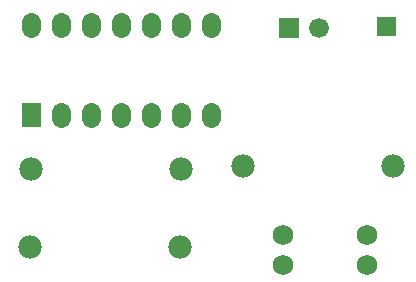
<source format=gts>
G04 Layer: TopSolderMaskLayer*
G04 EasyEDA v6.4.31, 2022-02-21 10:24:03*
G04 30f33cc809fd450ca7eb4ca7eccbfc45,10*
G04 Gerber Generator version 0.2*
G04 Scale: 100 percent, Rotated: No, Reflected: No *
G04 Dimensions in millimeters *
G04 leading zeros omitted , absolute positions ,4 integer and 5 decimal *
%FSLAX45Y45*%
%MOMM*%

%ADD21C,1.6016*%
%ADD23C,1.6764*%
%ADD24C,1.7526*%
%ADD25C,1.9812*%

%LPD*%
D21*
X1549400Y4381098D02*
G01*
X1549400Y4331098D01*
X1803400Y4381098D02*
G01*
X1803400Y4331098D01*
X2057400Y4381098D02*
G01*
X2057400Y4331098D01*
X2311400Y4381098D02*
G01*
X2311400Y4331098D01*
X2565400Y4381098D02*
G01*
X2565400Y4331098D01*
X2819400Y4381098D02*
G01*
X2819400Y4331098D01*
X1295400Y5143098D02*
G01*
X1295400Y5093098D01*
X1549400Y5143098D02*
G01*
X1549400Y5093098D01*
X1803400Y5143098D02*
G01*
X1803400Y5093098D01*
X2057400Y5143098D02*
G01*
X2057400Y5093098D01*
X2311400Y5143098D02*
G01*
X2311400Y5093098D01*
X2565400Y5143098D02*
G01*
X2565400Y5093098D01*
X2819400Y5143098D02*
G01*
X2819400Y5093098D01*
G36*
X3395979Y5008879D02*
G01*
X3395979Y5176520D01*
X3563620Y5176520D01*
X3563620Y5008879D01*
G37*
D23*
G01*
X3733800Y5092700D03*
G36*
X4221479Y5021579D02*
G01*
X4221479Y5189220D01*
X4389120Y5189220D01*
X4389120Y5021579D01*
G37*
D24*
G01*
X3429000Y3340100D03*
G01*
X3429000Y3086100D03*
G01*
X4140200Y3340100D03*
G01*
X4140200Y3086100D03*
D25*
G01*
X1295400Y3898900D03*
G01*
X2565400Y3898900D03*
G01*
X1282700Y3238500D03*
G01*
X2552700Y3238500D03*
G01*
X3086100Y3924300D03*
G01*
X4356100Y3924300D03*
G36*
X1215389Y4250944D02*
G01*
X1215389Y4461255D01*
X1375410Y4461255D01*
X1375410Y4250944D01*
G37*
M02*

</source>
